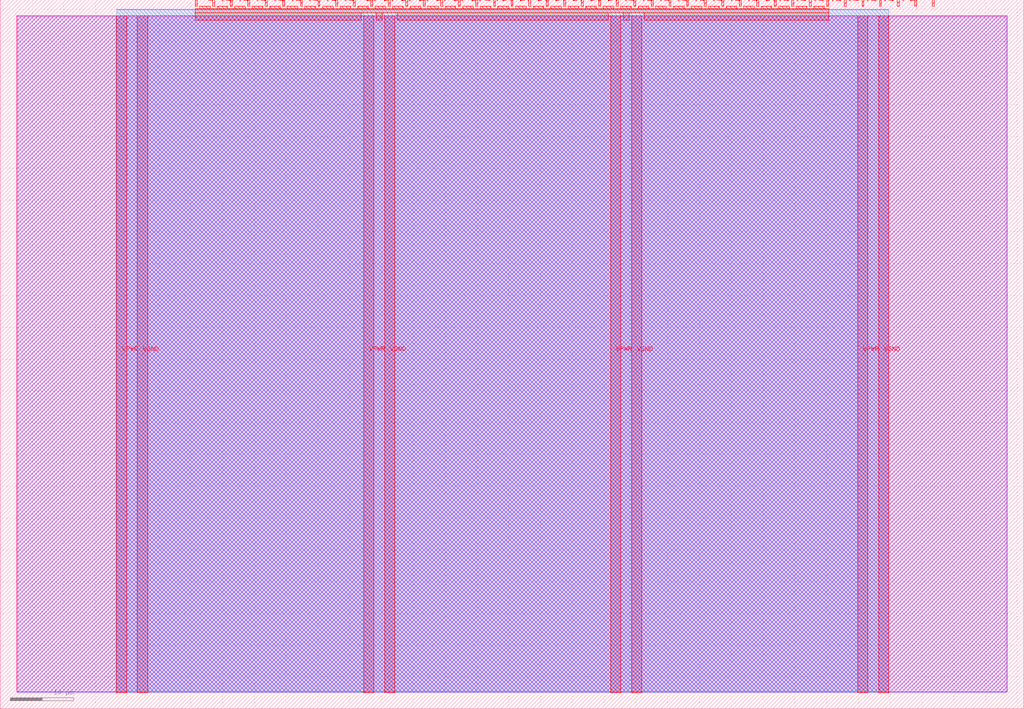
<source format=lef>
VERSION 5.7 ;
  NOWIREEXTENSIONATPIN ON ;
  DIVIDERCHAR "/" ;
  BUSBITCHARS "[]" ;
MACRO tt_um_wokwi_414120391864616961
  CLASS BLOCK ;
  FOREIGN tt_um_wokwi_414120391864616961 ;
  ORIGIN 0.000 0.000 ;
  SIZE 161.000 BY 111.520 ;
  PIN VGND
    DIRECTION INOUT ;
    USE GROUND ;
    PORT
      LAYER met4 ;
        RECT 21.580 2.480 23.180 109.040 ;
    END
    PORT
      LAYER met4 ;
        RECT 60.450 2.480 62.050 109.040 ;
    END
    PORT
      LAYER met4 ;
        RECT 99.320 2.480 100.920 109.040 ;
    END
    PORT
      LAYER met4 ;
        RECT 138.190 2.480 139.790 109.040 ;
    END
  END VGND
  PIN VPWR
    DIRECTION INOUT ;
    USE POWER ;
    PORT
      LAYER met4 ;
        RECT 18.280 2.480 19.880 109.040 ;
    END
    PORT
      LAYER met4 ;
        RECT 57.150 2.480 58.750 109.040 ;
    END
    PORT
      LAYER met4 ;
        RECT 96.020 2.480 97.620 109.040 ;
    END
    PORT
      LAYER met4 ;
        RECT 134.890 2.480 136.490 109.040 ;
    END
  END VPWR
  PIN clk
    DIRECTION INPUT ;
    USE SIGNAL ;
    PORT
      LAYER met4 ;
        RECT 143.830 110.520 144.130 111.520 ;
    END
  END clk
  PIN ena
    DIRECTION INPUT ;
    USE SIGNAL ;
    PORT
      LAYER met4 ;
        RECT 146.590 110.520 146.890 111.520 ;
    END
  END ena
  PIN rst_n
    DIRECTION INPUT ;
    USE SIGNAL ;
    PORT
      LAYER met4 ;
        RECT 141.070 110.520 141.370 111.520 ;
    END
  END rst_n
  PIN ui_in[0]
    DIRECTION INPUT ;
    USE SIGNAL ;
    PORT
      LAYER met4 ;
        RECT 138.310 110.520 138.610 111.520 ;
    END
  END ui_in[0]
  PIN ui_in[1]
    DIRECTION INPUT ;
    USE SIGNAL ;
    PORT
      LAYER met4 ;
        RECT 135.550 110.520 135.850 111.520 ;
    END
  END ui_in[1]
  PIN ui_in[2]
    DIRECTION INPUT ;
    USE SIGNAL ;
    PORT
      LAYER met4 ;
        RECT 132.790 110.520 133.090 111.520 ;
    END
  END ui_in[2]
  PIN ui_in[3]
    DIRECTION INPUT ;
    USE SIGNAL ;
    ANTENNAGATEAREA 0.213000 ;
    PORT
      LAYER met4 ;
        RECT 130.030 110.520 130.330 111.520 ;
    END
  END ui_in[3]
  PIN ui_in[4]
    DIRECTION INPUT ;
    USE SIGNAL ;
    PORT
      LAYER met4 ;
        RECT 127.270 110.520 127.570 111.520 ;
    END
  END ui_in[4]
  PIN ui_in[5]
    DIRECTION INPUT ;
    USE SIGNAL ;
    PORT
      LAYER met4 ;
        RECT 124.510 110.520 124.810 111.520 ;
    END
  END ui_in[5]
  PIN ui_in[6]
    DIRECTION INPUT ;
    USE SIGNAL ;
    PORT
      LAYER met4 ;
        RECT 121.750 110.520 122.050 111.520 ;
    END
  END ui_in[6]
  PIN ui_in[7]
    DIRECTION INPUT ;
    USE SIGNAL ;
    PORT
      LAYER met4 ;
        RECT 118.990 110.520 119.290 111.520 ;
    END
  END ui_in[7]
  PIN uio_in[0]
    DIRECTION INPUT ;
    USE SIGNAL ;
    PORT
      LAYER met4 ;
        RECT 116.230 110.520 116.530 111.520 ;
    END
  END uio_in[0]
  PIN uio_in[1]
    DIRECTION INPUT ;
    USE SIGNAL ;
    PORT
      LAYER met4 ;
        RECT 113.470 110.520 113.770 111.520 ;
    END
  END uio_in[1]
  PIN uio_in[2]
    DIRECTION INPUT ;
    USE SIGNAL ;
    PORT
      LAYER met4 ;
        RECT 110.710 110.520 111.010 111.520 ;
    END
  END uio_in[2]
  PIN uio_in[3]
    DIRECTION INPUT ;
    USE SIGNAL ;
    PORT
      LAYER met4 ;
        RECT 107.950 110.520 108.250 111.520 ;
    END
  END uio_in[3]
  PIN uio_in[4]
    DIRECTION INPUT ;
    USE SIGNAL ;
    PORT
      LAYER met4 ;
        RECT 105.190 110.520 105.490 111.520 ;
    END
  END uio_in[4]
  PIN uio_in[5]
    DIRECTION INPUT ;
    USE SIGNAL ;
    PORT
      LAYER met4 ;
        RECT 102.430 110.520 102.730 111.520 ;
    END
  END uio_in[5]
  PIN uio_in[6]
    DIRECTION INPUT ;
    USE SIGNAL ;
    PORT
      LAYER met4 ;
        RECT 99.670 110.520 99.970 111.520 ;
    END
  END uio_in[6]
  PIN uio_in[7]
    DIRECTION INPUT ;
    USE SIGNAL ;
    PORT
      LAYER met4 ;
        RECT 96.910 110.520 97.210 111.520 ;
    END
  END uio_in[7]
  PIN uio_oe[0]
    DIRECTION OUTPUT ;
    USE SIGNAL ;
    PORT
      LAYER met4 ;
        RECT 49.990 110.520 50.290 111.520 ;
    END
  END uio_oe[0]
  PIN uio_oe[1]
    DIRECTION OUTPUT ;
    USE SIGNAL ;
    PORT
      LAYER met4 ;
        RECT 47.230 110.520 47.530 111.520 ;
    END
  END uio_oe[1]
  PIN uio_oe[2]
    DIRECTION OUTPUT ;
    USE SIGNAL ;
    PORT
      LAYER met4 ;
        RECT 44.470 110.520 44.770 111.520 ;
    END
  END uio_oe[2]
  PIN uio_oe[3]
    DIRECTION OUTPUT ;
    USE SIGNAL ;
    PORT
      LAYER met4 ;
        RECT 41.710 110.520 42.010 111.520 ;
    END
  END uio_oe[3]
  PIN uio_oe[4]
    DIRECTION OUTPUT ;
    USE SIGNAL ;
    PORT
      LAYER met4 ;
        RECT 38.950 110.520 39.250 111.520 ;
    END
  END uio_oe[4]
  PIN uio_oe[5]
    DIRECTION OUTPUT ;
    USE SIGNAL ;
    PORT
      LAYER met4 ;
        RECT 36.190 110.520 36.490 111.520 ;
    END
  END uio_oe[5]
  PIN uio_oe[6]
    DIRECTION OUTPUT ;
    USE SIGNAL ;
    PORT
      LAYER met4 ;
        RECT 33.430 110.520 33.730 111.520 ;
    END
  END uio_oe[6]
  PIN uio_oe[7]
    DIRECTION OUTPUT ;
    USE SIGNAL ;
    PORT
      LAYER met4 ;
        RECT 30.670 110.520 30.970 111.520 ;
    END
  END uio_oe[7]
  PIN uio_out[0]
    DIRECTION OUTPUT ;
    USE SIGNAL ;
    PORT
      LAYER met4 ;
        RECT 72.070 110.520 72.370 111.520 ;
    END
  END uio_out[0]
  PIN uio_out[1]
    DIRECTION OUTPUT ;
    USE SIGNAL ;
    PORT
      LAYER met4 ;
        RECT 69.310 110.520 69.610 111.520 ;
    END
  END uio_out[1]
  PIN uio_out[2]
    DIRECTION OUTPUT ;
    USE SIGNAL ;
    PORT
      LAYER met4 ;
        RECT 66.550 110.520 66.850 111.520 ;
    END
  END uio_out[2]
  PIN uio_out[3]
    DIRECTION OUTPUT ;
    USE SIGNAL ;
    PORT
      LAYER met4 ;
        RECT 63.790 110.520 64.090 111.520 ;
    END
  END uio_out[3]
  PIN uio_out[4]
    DIRECTION OUTPUT ;
    USE SIGNAL ;
    PORT
      LAYER met4 ;
        RECT 61.030 110.520 61.330 111.520 ;
    END
  END uio_out[4]
  PIN uio_out[5]
    DIRECTION OUTPUT ;
    USE SIGNAL ;
    PORT
      LAYER met4 ;
        RECT 58.270 110.520 58.570 111.520 ;
    END
  END uio_out[5]
  PIN uio_out[6]
    DIRECTION OUTPUT ;
    USE SIGNAL ;
    PORT
      LAYER met4 ;
        RECT 55.510 110.520 55.810 111.520 ;
    END
  END uio_out[6]
  PIN uio_out[7]
    DIRECTION OUTPUT ;
    USE SIGNAL ;
    PORT
      LAYER met4 ;
        RECT 52.750 110.520 53.050 111.520 ;
    END
  END uio_out[7]
  PIN uo_out[0]
    DIRECTION OUTPUT ;
    USE SIGNAL ;
    ANTENNADIFFAREA 0.795200 ;
    PORT
      LAYER met4 ;
        RECT 94.150 110.520 94.450 111.520 ;
    END
  END uo_out[0]
  PIN uo_out[1]
    DIRECTION OUTPUT ;
    USE SIGNAL ;
    PORT
      LAYER met4 ;
        RECT 91.390 110.520 91.690 111.520 ;
    END
  END uo_out[1]
  PIN uo_out[2]
    DIRECTION OUTPUT ;
    USE SIGNAL ;
    PORT
      LAYER met4 ;
        RECT 88.630 110.520 88.930 111.520 ;
    END
  END uo_out[2]
  PIN uo_out[3]
    DIRECTION OUTPUT ;
    USE SIGNAL ;
    PORT
      LAYER met4 ;
        RECT 85.870 110.520 86.170 111.520 ;
    END
  END uo_out[3]
  PIN uo_out[4]
    DIRECTION OUTPUT ;
    USE SIGNAL ;
    PORT
      LAYER met4 ;
        RECT 83.110 110.520 83.410 111.520 ;
    END
  END uo_out[4]
  PIN uo_out[5]
    DIRECTION OUTPUT ;
    USE SIGNAL ;
    PORT
      LAYER met4 ;
        RECT 80.350 110.520 80.650 111.520 ;
    END
  END uo_out[5]
  PIN uo_out[6]
    DIRECTION OUTPUT ;
    USE SIGNAL ;
    PORT
      LAYER met4 ;
        RECT 77.590 110.520 77.890 111.520 ;
    END
  END uo_out[6]
  PIN uo_out[7]
    DIRECTION OUTPUT ;
    USE SIGNAL ;
    PORT
      LAYER met4 ;
        RECT 74.830 110.520 75.130 111.520 ;
    END
  END uo_out[7]
  OBS
      LAYER nwell ;
        RECT 2.570 2.635 158.430 108.990 ;
      LAYER li1 ;
        RECT 2.760 2.635 158.240 108.885 ;
      LAYER met1 ;
        RECT 2.760 2.480 158.240 109.040 ;
      LAYER met2 ;
        RECT 18.310 2.535 139.760 110.005 ;
      LAYER met3 ;
        RECT 18.290 2.555 139.780 109.985 ;
      LAYER met4 ;
        RECT 31.370 110.120 33.030 110.520 ;
        RECT 34.130 110.120 35.790 110.520 ;
        RECT 36.890 110.120 38.550 110.520 ;
        RECT 39.650 110.120 41.310 110.520 ;
        RECT 42.410 110.120 44.070 110.520 ;
        RECT 45.170 110.120 46.830 110.520 ;
        RECT 47.930 110.120 49.590 110.520 ;
        RECT 50.690 110.120 52.350 110.520 ;
        RECT 53.450 110.120 55.110 110.520 ;
        RECT 56.210 110.120 57.870 110.520 ;
        RECT 58.970 110.120 60.630 110.520 ;
        RECT 61.730 110.120 63.390 110.520 ;
        RECT 64.490 110.120 66.150 110.520 ;
        RECT 67.250 110.120 68.910 110.520 ;
        RECT 70.010 110.120 71.670 110.520 ;
        RECT 72.770 110.120 74.430 110.520 ;
        RECT 75.530 110.120 77.190 110.520 ;
        RECT 78.290 110.120 79.950 110.520 ;
        RECT 81.050 110.120 82.710 110.520 ;
        RECT 83.810 110.120 85.470 110.520 ;
        RECT 86.570 110.120 88.230 110.520 ;
        RECT 89.330 110.120 90.990 110.520 ;
        RECT 92.090 110.120 93.750 110.520 ;
        RECT 94.850 110.120 96.510 110.520 ;
        RECT 97.610 110.120 99.270 110.520 ;
        RECT 100.370 110.120 102.030 110.520 ;
        RECT 103.130 110.120 104.790 110.520 ;
        RECT 105.890 110.120 107.550 110.520 ;
        RECT 108.650 110.120 110.310 110.520 ;
        RECT 111.410 110.120 113.070 110.520 ;
        RECT 114.170 110.120 115.830 110.520 ;
        RECT 116.930 110.120 118.590 110.520 ;
        RECT 119.690 110.120 121.350 110.520 ;
        RECT 122.450 110.120 124.110 110.520 ;
        RECT 125.210 110.120 126.870 110.520 ;
        RECT 127.970 110.120 129.630 110.520 ;
        RECT 30.655 109.440 130.345 110.120 ;
        RECT 30.655 108.295 56.750 109.440 ;
        RECT 59.150 108.295 60.050 109.440 ;
        RECT 62.450 108.295 95.620 109.440 ;
        RECT 98.020 108.295 98.920 109.440 ;
        RECT 101.320 108.295 130.345 109.440 ;
  END
END tt_um_wokwi_414120391864616961
END LIBRARY


</source>
